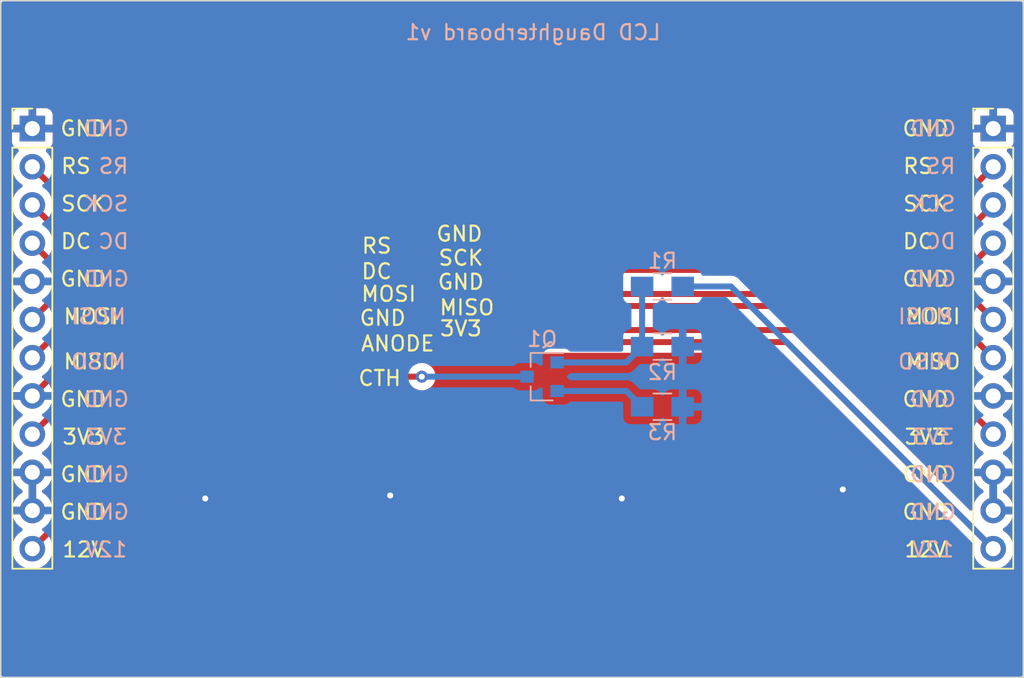
<source format=kicad_pcb>
(kicad_pcb (version 20221018) (generator pcbnew)
  (layers (0 "F.Cu" signal) (31 "B.Cu" signal) (34 "B.Paste" user) (35 "F.Paste" user) (36 "B.SilkS" user "B.Silkscreen") (37 "F.SilkS" user "F.Silkscreen") (38 "B.Mask" user) (39 "F.Mask" user) (44 "Edge.Cuts" user))
  (net 0 "")
  (net 1 "VCC")
  (net 2 "GND")
  (net 3 "LCD_MISO")
  (net 4 "LCD_MOSI")
  (net 5 "LCD_DC")
  (net 6 "LCD_SCK")
  (net 7 "LCD_RESET")
  (net 8 "Net-(Q1-Pad1)")
  (net 9 "Net-(Q1-Pad2)")
  (net 10 "+3V3")
  (net 11 "LCD_CATHODE")
  (net 12 "Net-(U1-Pad15)")
  (net 13 "Net-(U1-Pad16)")
  (net 14 "Net-(U1-Pad17)")
  (net 15 "Net-(U1-Pad18)")
  (footprint "Custom_Footprints:18x0.8mmLCDConnector" (layer "F.Cu") (at 121.5 115.5 -90)
    (fp_text reference "U1" hide)
    (fp_text value "ILI9341_SPI_Bare")
    (pad "1" smd rect (at 0 0 270) (size 0.4 3) (layers "F.Cu" "F.Paste" "F.Mask") (net 2 "GND"))
    (pad "2" smd rect (at 0.8 0 270) (size 0.4 3) (layers "F.Cu" "F.Paste" "F.Mask") (net 7 "LCD_RESET"))
    (pad "3" smd rect (at 1.6 0 270) (size 0.4 3) (layers "F.Cu" "F.Paste" "F.Mask") (net 6 "LCD_SCK"))
    (pad "4" smd rect (at 2.4 0 270) (size 0.4 3) (layers "F.Cu" "F.Paste" "F.Mask") (net 5 "LCD_DC"))
    (pad "5" smd rect (at 3.2 0 270) (size 0.4 3) (layers "F.Cu" "F.Paste" "F.Mask") (net 2 "GND"))
    (pad "6" smd rect (at 4 0 270) (size 0.4 3) (layers "F.Cu" "F.Paste" "F.Mask") (net 4 "LCD_MOSI"))
    (pad "7" smd rect (at 4.8 0 270) (size 0.4 3) (layers "F.Cu" "F.Paste" "F.Mask") (net 3 "LCD_MISO"))
    (pad "8" smd rect (at 5.6 0 270) (size 0.4 3) (layers "F.Cu" "F.Paste" "F.Mask") (net 2 "GND"))
    (pad "9" smd rect (at 6.4 0 270) (size 0.4 3) (layers "F.Cu" "F.Paste" "F.Mask") (net 10 "+3V3"))
    (pad "10" smd rect (at 7.2 0 270) (size 0.4 3) (layers "F.Cu" "F.Paste" "F.Mask") (net 1 "VCC"))
    (pad "11" smd rect (at 8 0 270) (size 0.4 3) (layers "F.Cu" "F.Paste" "F.Mask") (net 11 "LCD_CATHODE"))
    (pad "12" smd rect (at 8.8 0 270) (size 0.4 3) (layers "F.Cu" "F.Paste" "F.Mask") (net 11 "LCD_CATHODE"))
    (pad "13" smd rect (at 9.6 0 270) (size 0.4 3) (layers "F.Cu" "F.Paste" "F.Mask") (net 11 "LCD_CATHODE"))
    (pad "14" smd rect (at 10.4 0 270) (size 0.4 3) (layers "F.Cu" "F.Paste" "F.Mask") (net 11 "LCD_CATHODE"))
    (pad "15" smd rect (at 11.2 0 270) (size 0.4 3) (layers "F.Cu" "F.Paste" "F.Mask") (net 12 "Net-(U1-Pad15)"))
    (pad "16" smd rect (at 12 0 270) (size 0.4 3) (layers "F.Cu" "F.Paste" "F.Mask") (net 13 "Net-(U1-Pad16)"))
    (pad "17" smd rect (at 12.8 0 270) (size 0.4 3) (layers "F.Cu" "F.Paste" "F.Mask") (net 14 "Net-(U1-Pad17)"))
    (pad "18" smd rect (at 13.6 0 270) (size 0.4 3) (layers "F.Cu" "F.Paste" "F.Mask") (net 15 "Net-(U1-Pad18)"))
  )
  (footprint "Pin_Headers:Pin_Header_Straight_1x12_Pitch2.54mm" (layer "F.Cu") (at 166 108.5)
    (fp_text reference "J2" hide)
    (fp_text value "Conn_01x12" hide)
    (fp_line (start -1.33 -1.33) (end 0 -1.33) (stroke (width 0.12)) (layer "F.SilkS"))
    (fp_line (start -1.33 0) (end -1.33 -1.33) (stroke (width 0.12)) (layer "F.SilkS"))
    (fp_line (start -1.33 1.27) (end -1.33 29.27) (stroke (width 0.12)) (layer "F.SilkS"))
    (fp_line (start -1.33 1.27) (end 1.33 1.27) (stroke (width 0.12)) (layer "F.SilkS"))
    (fp_line (start -1.33 29.27) (end 1.33 29.27) (stroke (width 0.12)) (layer "F.SilkS"))
    (fp_line (start 1.33 1.27) (end 1.33 29.27) (stroke (width 0.12)) (layer "F.SilkS"))
    (pad "1" thru_hole rect (at 0 0) (size 1.7 1.7) (drill 1) (layers "*.Cu" "*.Mask") (net 2 "GND"))
    (pad "2" thru_hole oval (at 0 2.54) (size 1.7 1.7) (drill 1) (layers "*.Cu" "*.Mask") (net 7 "LCD_RESET"))
    (pad "3" thru_hole oval (at 0 5.08) (size 1.7 1.7) (drill 1) (layers "*.Cu" "*.Mask") (net 6 "LCD_SCK"))
    (pad "4" thru_hole oval (at 0 7.62) (size 1.7 1.7) (drill 1) (layers "*.Cu" "*.Mask") (net 5 "LCD_DC"))
    (pad "5" thru_hole oval (at 0 10.16) (size 1.7 1.7) (drill 1) (layers "*.Cu" "*.Mask") (net 2 "GND"))
    (pad "6" thru_hole oval (at 0 12.7) (size 1.7 1.7) (drill 1) (layers "*.Cu" "*.Mask") (net 4 "LCD_MOSI"))
    (pad "7" thru_hole oval (at 0 15.24) (size 1.7 1.7) (drill 1) (layers "*.Cu" "*.Mask") (net 3 "LCD_MISO"))
    (pad "8" thru_hole oval (at 0 17.78) (size 1.7 1.7) (drill 1) (layers "*.Cu" "*.Mask") (net 2 "GND"))
    (pad "9" thru_hole oval (at 0 20.32) (size 1.7 1.7) (drill 1) (layers "*.Cu" "*.Mask") (net 10 "+3V3"))
    (pad "10" thru_hole oval (at 0 22.86) (size 1.7 1.7) (drill 1) (layers "*.Cu" "*.Mask") (net 2 "GND"))
    (pad "11" thru_hole oval (at 0 25.4) (size 1.7 1.7) (drill 1) (layers "*.Cu" "*.Mask") (net 2 "GND"))
    (pad "12" thru_hole oval (at 0 27.94) (size 1.7 1.7) (drill 1) (layers "*.Cu" "*.Mask") (net 1 "VCC"))
  )
  (footprint "Pin_Headers:Pin_Header_Straight_1x12_Pitch2.54mm" (layer "F.Cu") (at 102.1 108.5)
    (fp_text reference "J1" hide)
    (fp_text value "Conn_01x12" hide)
    (fp_line (start -1.33 -1.33) (end 0 -1.33) (stroke (width 0.12)) (layer "F.SilkS"))
    (fp_line (start -1.33 0) (end -1.33 -1.33) (stroke (width 0.12)) (layer "F.SilkS"))
    (fp_line (start -1.33 1.27) (end -1.33 29.27) (stroke (width 0.12)) (layer "F.SilkS"))
    (fp_line (start -1.33 1.27) (end 1.33 1.27) (stroke (width 0.12)) (layer "F.SilkS"))
    (fp_line (start -1.33 29.27) (end 1.33 29.27) (stroke (width 0.12)) (layer "F.SilkS"))
    (fp_line (start 1.33 1.27) (end 1.33 29.27) (stroke (width 0.12)) (layer "F.SilkS"))
    (pad "1" thru_hole rect (at 0 0) (size 1.7 1.7) (drill 1) (layers "*.Cu" "*.Mask") (net 2 "GND"))
    (pad "2" thru_hole oval (at 0 2.54) (size 1.7 1.7) (drill 1) (layers "*.Cu" "*.Mask") (net 7 "LCD_RESET"))
    (pad "3" thru_hole oval (at 0 5.08) (size 1.7 1.7) (drill 1) (layers "*.Cu" "*.Mask") (net 6 "LCD_SCK"))
    (pad "4" thru_hole oval (at 0 7.62) (size 1.7 1.7) (drill 1) (layers "*.Cu" "*.Mask") (net 5 "LCD_DC"))
    (pad "5" thru_hole oval (at 0 10.16) (size 1.7 1.7) (drill 1) (layers "*.Cu" "*.Mask") (net 2 "GND"))
    (pad "6" thru_hole oval (at 0 12.7) (size 1.7 1.7) (drill 1) (layers "*.Cu" "*.Mask") (net 4 "LCD_MOSI"))
    (pad "7" thru_hole oval (at 0 15.24) (size 1.7 1.7) (drill 1) (layers "*.Cu" "*.Mask") (net 3 "LCD_MISO"))
    (pad "8" thru_hole oval (at 0 17.78) (size 1.7 1.7) (drill 1) (layers "*.Cu" "*.Mask") (net 2 "GND"))
    (pad "9" thru_hole oval (at 0 20.32) (size 1.7 1.7) (drill 1) (layers "*.Cu" "*.Mask") (net 10 "+3V3"))
    (pad "10" thru_hole oval (at 0 22.86) (size 1.7 1.7) (drill 1) (layers "*.Cu" "*.Mask") (net 2 "GND"))
    (pad "11" thru_hole oval (at 0 25.4) (size 1.7 1.7) (drill 1) (layers "*.Cu" "*.Mask") (net 2 "GND"))
    (pad "12" thru_hole oval (at 0 27.94) (size 1.7 1.7) (drill 1) (layers "*.Cu" "*.Mask") (net 1 "VCC"))
  )
  (footprint "TO_SOT_Packages_SMD:SOT-23" (layer "B.Cu") (at 136 125 180)
    (fp_text reference "Q1" (at 0 2.5 180) (layer "B.SilkS") (effects (justify mirror)))
    (fp_text value "MMBT3904")
    (fp_line (start 0.76 -1.58) (end -0.7 -1.58) (stroke (width 0.12)) (layer "B.SilkS"))
    (fp_line (start 0.76 -1.58) (end 0.76 -0.65) (stroke (width 0.12)) (layer "B.SilkS"))
    (fp_line (start 0.76 1.58) (end -1.4 1.58) (stroke (width 0.12)) (layer "B.SilkS"))
    (fp_line (start 0.76 1.58) (end 0.76 0.65) (stroke (width 0.12)) (layer "B.SilkS"))
    (pad "1" smd rect (at -1 0.95 180) (size 0.9 0.8) (layers "B.Cu" "B.Paste" "B.Mask") (net 8 "Net-(Q1-Pad1)"))
    (pad "2" smd rect (at -1 -0.95 180) (size 0.9 0.8) (layers "B.Cu" "B.Paste" "B.Mask") (net 9 "Net-(Q1-Pad2)"))
    (pad "3" smd rect (at 1 0 180) (size 0.9 0.8) (layers "B.Cu" "B.Paste" "B.Mask") (net 11 "LCD_CATHODE"))
  )
  (footprint "Resistors_SMD:R_0805_HandSoldering" (layer "B.Cu") (at 144 119 180)
    (fp_text reference "R1" (at 0 1.7 180) (layer "B.SilkS") (effects (justify mirror)))
    (fp_text value "220")
    (fp_line (start -0.6 0.88) (end 0.6 0.88) (stroke (width 0.12)) (layer "B.SilkS"))
    (fp_line (start 0.6 -0.88) (end -0.6 -0.88) (stroke (width 0.12)) (layer "B.SilkS"))
    (pad "1" smd rect (at -1.35 0 180) (size 1.5 1.3) (layers "B.Cu" "B.Paste" "B.Mask") (net 1 "VCC"))
    (pad "2" smd rect (at 1.35 0 180) (size 1.5 1.3) (layers "B.Cu" "B.Paste" "B.Mask") (net 8 "Net-(Q1-Pad1)"))
  )
  (footprint "Resistors_SMD:R_0805_HandSoldering" (layer "B.Cu") (at 144 127)
    (fp_text reference "R3" (at 0 1.7) (layer "B.SilkS") (effects (justify mirror)))
    (fp_text value "100")
    (fp_line (start -0.6 0.88) (end 0.6 0.88) (stroke (width 0.12)) (layer "B.SilkS"))
    (fp_line (start 0.6 -0.88) (end -0.6 -0.88) (stroke (width 0.12)) (layer "B.SilkS"))
    (pad "1" smd rect (at -1.35 0) (size 1.5 1.3) (layers "B.Cu" "B.Paste" "B.Mask") (net 9 "Net-(Q1-Pad2)"))
    (pad "2" smd rect (at 1.35 0) (size 1.5 1.3) (layers "B.Cu" "B.Paste" "B.Mask") (net 2 "GND"))
  )
  (footprint "Resistors_SMD:R_0805_HandSoldering" (layer "B.Cu") (at 144 123)
    (fp_text reference "R2" (at 0 1.7) (layer "B.SilkS") (effects (justify mirror)))
    (fp_text value "1k")
    (fp_line (start -0.6 0.88) (end 0.6 0.88) (stroke (width 0.12)) (layer "B.SilkS"))
    (fp_line (start 0.6 -0.88) (end -0.6 -0.88) (stroke (width 0.12)) (layer "B.SilkS"))
    (pad "1" smd rect (at -1.35 0) (size 1.5 1.3) (layers "B.Cu" "B.Paste" "B.Mask") (net 8 "Net-(Q1-Pad1)"))
    (pad "2" smd rect (at 1.35 0) (size 1.5 1.3) (layers "B.Cu" "B.Paste" "B.Mask") (net 2 "GND"))
  )
  (gr_line (start 100 145) (end 168 145) (stroke (width 0.1)) (layer "Edge.Cuts"))
  (gr_line (start 168 100) (end 168 145) (stroke (width 0.1)) (layer "Edge.Cuts"))
  (gr_line (start 100 100) (end 168 100) (stroke (width 0.1)) (layer "Edge.Cuts"))
  (gr_line (start 100 100) (end 100 145) (stroke (width 0.1)) (layer "Edge.Cuts"))
  (gr_text "RS" (at 107.5 111) (layer "B.SilkS") (effects (font (size 1 1)) (justify mirror)))
  (gr_text "GND" (at 107 131.5) (layer "B.SilkS") (effects (font (size 1 1)) (justify mirror)))
  (gr_text "SCK" (at 107 113.5) (layer "B.SilkS") (effects (font (size 1 1)) (justify mirror)))
  (gr_text "GND" (at 107 108.5) (layer "B.SilkS") (effects (font (size 1 1)) (justify mirror)))
  (gr_text "MISO" (at 106.5 124) (layer "B.SilkS") (effects (font (size 1 1)) (justify mirror)))
  (gr_text "GND" (at 107 126.5) (layer "B.SilkS") (effects (font (size 1 1)) (justify mirror)))
  (gr_text "MOSI" (at 106.5 121) (layer "B.SilkS") (effects (font (size 1 1)) (justify mirror)))
  (gr_text "GND" (at 107 134) (layer "B.SilkS") (effects (font (size 1 1)) (justify mirror)))
  (gr_text "12V" (at 107 136.5) (layer "B.SilkS") (effects (font (size 1 1)) (justify mirror)))
  (gr_text "3V3" (at 107 129) (layer "B.SilkS") (effects (font (size 1 1)) (justify mirror)))
  (gr_text "DC" (at 107.5 116) (layer "B.SilkS") (effects (font (size 1 1)) (justify mirror)))
  (gr_text "GND" (at 107 118.5) (layer "B.SilkS") (effects (font (size 1 1)) (justify mirror)))
  (gr_text "DC" (at 162.5 116) (layer "B.SilkS") (effects (font (size 1 1)) (justify mirror)))
  (gr_text "GND" (at 162 108.5) (layer "B.SilkS") (effects (font (size 1 1)) (justify mirror)))
  (gr_text "SCK" (at 162 113.5) (layer "B.SilkS") (effects (font (size 1 1)) (justify mirror)))
  (gr_text "GND" (at 162 134) (layer "B.SilkS") (effects (font (size 1 1)) (justify mirror)))
  (gr_text "GND" (at 162 118.5) (layer "B.SilkS") (effects (font (size 1 1)) (justify mirror)))
  (gr_text "RS" (at 162.5 111) (layer "B.SilkS") (effects (font (size 1 1)) (justify mirror)))
  (gr_text "12V" (at 162 136.5) (layer "B.SilkS") (effects (font (size 1 1)) (justify mirror)))
  (gr_text "MOSI" (at 161.5 121) (layer "B.SilkS") (effects (font (size 1 1)) (justify mirror)))
  (gr_text "MISO" (at 161.5 124) (layer "B.SilkS") (effects (font (size 1 1)) (justify mirror)))
  (gr_text "GND" (at 162 131.5) (layer "B.SilkS") (effects (font (size 1 1)) (justify mirror)))
  (gr_text "GND" (at 162 126.5) (layer "B.SilkS") (effects (font (size 1 1)) (justify mirror)))
  (gr_text "3V3" (at 162 129) (layer "B.SilkS") (effects (font (size 1 1)) (justify mirror)))
  (gr_text "LCD Daughterboard v1" (at 135.4 102.1) (layer "B.SilkS") (effects (font (size 1 1)) (justify mirror)))
  (gr_text "RS" (at 105 111) (layer "F.SilkS") (effects (font (size 1 1))))
  (gr_text "SCK" (at 105.5 113.5) (layer "F.SilkS") (effects (font (size 1 1))))
  (gr_text "GND" (at 105.5 118.5) (layer "F.SilkS") (effects (font (size 1 1))))
  (gr_text "MOSI" (at 106 121) (layer "F.SilkS") (effects (font (size 1 1))))
  (gr_text "MISO" (at 106 124) (layer "F.SilkS") (effects (font (size 1 1))))
  (gr_text "GND" (at 105.5 126.5) (layer "F.SilkS") (effects (font (size 1 1))))
  (gr_text "3V3" (at 105.5 129) (layer "F.SilkS") (effects (font (size 1 1))))
  (gr_text "GND" (at 105.5 131.5) (layer "F.SilkS") (effects (font (size 1 1))))
  (gr_text "GND" (at 105.5 134) (layer "F.SilkS") (effects (font (size 1 1))))
  (gr_text "DC" (at 105 116) (layer "F.SilkS") (effects (font (size 1 1))))
  (gr_text "12V" (at 105.5 136.5) (layer "F.SilkS") (effects (font (size 1 1))))
  (gr_text "3V3" (at 161.5 129) (layer "F.SilkS") (effects (font (size 1 1))))
  (gr_text "DC" (at 161 116) (layer "F.SilkS") (effects (font (size 1 1))))
  (gr_text "12V" (at 161.5 136.5) (layer "F.SilkS") (effects (font (size 1 1))))
  (gr_text "GND" (at 161.5 118.5) (layer "F.SilkS") (effects (font (size 1 1))))
  (gr_text "MISO" (at 162 124) (layer "F.SilkS") (effects (font (size 1 1))))
  (gr_text "GND" (at 161.5 126.5) (layer "F.SilkS") (effects (font (size 1 1))))
  (gr_text "MOSI" (at 162 121) (layer "F.SilkS") (effects (font (size 1 1))))
  (gr_text "GND" (at 161.5 134) (layer "F.SilkS") (effects (font (size 1 1))))
  (gr_text "GND" (at 161.5 131.5) (layer "F.SilkS") (effects (font (size 1 1))))
  (gr_text "GND" (at 161.5 108.5) (layer "F.SilkS") (effects (font (size 1 1))))
  (gr_text "RS" (at 161 111) (layer "F.SilkS") (effects (font (size 1 1))))
  (gr_text "SCK" (at 161.5 113.5) (layer "F.SilkS") (effects (font (size 1 1))))
  (gr_text "3V3" (at 130.6 121.8) (layer "F.SilkS") (effects (font (size 1 1))))
  (gr_text "DC" (at 125 118) (layer "F.SilkS") (effects (font (size 1 1))))
  (gr_text "GND" (at 130.6 118.7) (layer "F.SilkS") (effects (font (size 1 1))))
  (gr_text "MISO" (at 131 120.4) (layer "F.SilkS") (effects (font (size 1 1))))
  (gr_text "GND" (at 125.4 121.1) (layer "F.SilkS") (effects (font (size 1 1))))
  (gr_text "MOSI" (at 125.8 119.5) (layer "F.SilkS") (effects (font (size 1 1))))
  (gr_text "ANODE" (at 126.4 122.8) (layer "F.SilkS") (effects (font (size 1 1))))
  (gr_text "GND" (at 130.5 115.5) (layer "F.SilkS") (effects (font (size 1 1))))
  (gr_text "RS" (at 125 116.3) (layer "F.SilkS") (effects (font (size 1 1))))
  (gr_text "SCK" (at 130.6 117.1) (layer "F.SilkS") (effects (font (size 1 1))))
  (gr_text "CTH" (at 125.2 125.1) (layer "F.SilkS") (effects (font (size 1 1))))
  (gr_text "GND" (at 105.5 108.5) (layer "F.SilkS") (effects (font (size 1 1))))
  (segment (start 102.1 136.44) (end 115.84 122.7) (width 0.4) (layer "F.Cu") (net 1))
  (segment (start 152.26 122.7) (end 166 136.44) (width 0.4) (layer "F.Cu") (net 1))
  (segment (start 115.84 122.7) (end 121.5 122.7) (width 0.4) (layer "F.Cu") (net 1))
  (segment (start 121.5 122.7) (end 152.26 122.7) (width 0.4) (layer "F.Cu") (net 1))
  (segment (start 145.35 119) (end 148.56 119) (width 0.4) (layer "B.Cu") (net 1))
  (segment (start 148.56 119) (end 166 136.44) (width 0.4) (layer "B.Cu") (net 1))
  (segment (start 121.46 118.66) (end 121.5 118.7) (width 0.4) (layer "F.Cu") (net 2))
  (segment (start 102.1 118.66) (end 121.46 118.66) (width 0.4) (layer "F.Cu") (net 2))
  (segment (start 121.5 121.1) (end 107.28 121.1) (width 0.4) (layer "F.Cu") (net 2))
  (segment (start 107.28 121.1) (end 102.1 126.28) (width 0.4) (layer "F.Cu") (net 2))
  (via (at 156 132.5) (size 0.8) (drill 0.4) (layers "F.Cu" "B.Cu") (net 2))
  (via (at 125.9 132.9) (size 0.8) (drill 0.4) (layers "F.Cu" "B.Cu") (net 2))
  (via (at 113.6 133.1) (size 0.8) (drill 0.4) (layers "F.Cu" "B.Cu") (net 2))
  (via (at 141.3 133.1) (size 0.8) (drill 0.4) (layers "F.Cu" "B.Cu") (net 2))
  (segment (start 102.1 123.74) (end 105.54 120.3) (width 0.4) (layer "F.Cu") (net 3))
  (segment (start 162.56 120.3) (end 166 123.74) (width 0.4) (layer "F.Cu") (net 3))
  (segment (start 105.54 120.3) (end 121.5 120.3) (width 0.4) (layer "F.Cu") (net 3))
  (segment (start 121.5 120.3) (end 162.56 120.3) (width 0.4) (layer "F.Cu") (net 3))
  (segment (start 102.1 121.2) (end 103.8 119.5) (width 0.4) (layer "F.Cu") (net 4))
  (segment (start 103.8 119.5) (end 121.5 119.5) (width 0.4) (layer "F.Cu") (net 4))
  (segment (start 164.3 119.5) (end 166 121.2) (width 0.4) (layer "F.Cu") (net 4))
  (segment (start 121.5 119.5) (end 164.3 119.5) (width 0.4) (layer "F.Cu") (net 4))
  (segment (start 102.1 116.12) (end 103.88 117.9) (width 0.4) (layer "F.Cu") (net 5))
  (segment (start 164.22 117.9) (end 166 116.12) (width 0.4) (layer "F.Cu") (net 5))
  (segment (start 103.88 117.9) (end 121.5 117.9) (width 0.4) (layer "F.Cu") (net 5))
  (segment (start 121.5 117.9) (end 164.22 117.9) (width 0.4) (layer "F.Cu") (net 5))
  (segment (start 121.5 117.1) (end 105.62 117.1) (width 0.4) (layer "F.Cu") (net 6))
  (segment (start 121.5 117.1) (end 162.48 117.1) (width 0.4) (layer "F.Cu") (net 6))
  (segment (start 162.48 117.1) (end 166 113.58) (width 0.4) (layer "F.Cu") (net 6))
  (segment (start 105.62 117.1) (end 102.1 113.58) (width 0.4) (layer "F.Cu") (net 6))
  (segment (start 160.74 116.3) (end 166 111.04) (width 0.4) (layer "F.Cu") (net 7))
  (segment (start 102.1 111.04) (end 107.36 116.3) (width 0.4) (layer "F.Cu") (net 7))
  (segment (start 107.36 116.3) (end 121.5 116.3) (width 0.4) (layer "F.Cu") (net 7))
  (segment (start 121.5 116.3) (end 160.74 116.3) (width 0.4) (layer "F.Cu") (net 7))
  (segment (start 141.6 124.05) (end 142.65 123) (width 0.4) (layer "B.Cu") (net 8))
  (segment (start 137 124.05) (end 141.6 124.05) (width 0.4) (layer "B.Cu") (net 8))
  (segment (start 142.65 119) (end 142.65 123) (width 0.4) (layer "B.Cu") (net 8))
  (segment (start 137 125.95) (end 141.6 125.95) (width 0.4) (layer "B.Cu") (net 9))
  (segment (start 141.6 125.95) (end 142.65 127) (width 0.4) (layer "B.Cu") (net 9))
  (segment (start 121.5 121.9) (end 109.02 121.9) (width 0.4) (layer "F.Cu") (net 10))
  (segment (start 109.02 121.9) (end 102.1 128.82) (width 0.4) (layer "F.Cu") (net 10))
  (segment (start 121.5 121.9) (end 159.08 121.9) (width 0.4) (layer "F.Cu") (net 10))
  (segment (start 159.08 121.9) (end 166 128.82) (width 0.4) (layer "F.Cu") (net 10))
  (segment (start 121.5 125.9) (end 121.5 123.5) (width 0.4) (layer "F.Cu") (net 11))
  (segment (start 128 125) (end 121.6 125) (width 0.4) (layer "F.Cu") (net 11))
  (segment (start 121.6 125) (end 121.5 125.1) (width 0.4) (layer "F.Cu") (net 11))
  (via (at 128 125) (size 0.8) (drill 0.4) (layers "F.Cu" "B.Cu") (net 11))
  (segment (start 135 125) (end 128 125) (width 0.4) (layer "B.Cu") (net 11))
  (zone (net 2) (net_name "GND") (layer "F.Cu") (connect_pads (clearance 0.508)) (min_thickness 0.254) (fill yes (thermal_gap 0.508) (thermal_bridge_width 0.508))
    (polygon (pts (xy 100 100) (xy 168 100) (xy 168 145) (xy 100 145)))
  )
  (zone (net 2) (net_name "GND") (layer "B.Cu") (connect_pads (clearance 0.508)) (min_thickness 0.254) (fill yes (thermal_gap 0.508) (thermal_bridge_width 0.508))
    (polygon (pts (xy 100 100) (xy 168 100) (xy 168 145) (xy 100 145)))
  )
)
</source>
